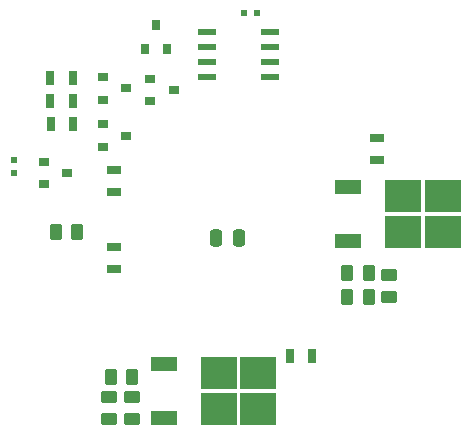
<source format=gbr>
%TF.GenerationSoftware,KiCad,Pcbnew,(6.0.1)*%
%TF.CreationDate,2022-07-03T20:59:54-07:00*%
%TF.ProjectId,EmitterDriverV2,456d6974-7465-4724-9472-697665725632,rev?*%
%TF.SameCoordinates,Original*%
%TF.FileFunction,Paste,Top*%
%TF.FilePolarity,Positive*%
%FSLAX46Y46*%
G04 Gerber Fmt 4.6, Leading zero omitted, Abs format (unit mm)*
G04 Created by KiCad (PCBNEW (6.0.1)) date 2022-07-03 20:59:54*
%MOMM*%
%LPD*%
G01*
G04 APERTURE LIST*
G04 Aperture macros list*
%AMRoundRect*
0 Rectangle with rounded corners*
0 $1 Rounding radius*
0 $2 $3 $4 $5 $6 $7 $8 $9 X,Y pos of 4 corners*
0 Add a 4 corners polygon primitive as box body*
4,1,4,$2,$3,$4,$5,$6,$7,$8,$9,$2,$3,0*
0 Add four circle primitives for the rounded corners*
1,1,$1+$1,$2,$3*
1,1,$1+$1,$4,$5*
1,1,$1+$1,$6,$7*
1,1,$1+$1,$8,$9*
0 Add four rect primitives between the rounded corners*
20,1,$1+$1,$2,$3,$4,$5,0*
20,1,$1+$1,$4,$5,$6,$7,0*
20,1,$1+$1,$6,$7,$8,$9,0*
20,1,$1+$1,$8,$9,$2,$3,0*%
G04 Aperture macros list end*
%ADD10RoundRect,0.250000X0.262500X0.450000X-0.262500X0.450000X-0.262500X-0.450000X0.262500X-0.450000X0*%
%ADD11RoundRect,0.250000X-0.250000X-0.475000X0.250000X-0.475000X0.250000X0.475000X-0.250000X0.475000X0*%
%ADD12RoundRect,0.250000X-0.450000X0.262500X-0.450000X-0.262500X0.450000X-0.262500X0.450000X0.262500X0*%
%ADD13R,0.500000X0.600000*%
%ADD14R,0.600000X0.500000*%
%ADD15R,0.900000X0.800000*%
%ADD16R,0.800000X0.900000*%
%ADD17R,3.050000X2.750000*%
%ADD18R,2.200000X1.200000*%
%ADD19R,0.700000X1.300000*%
%ADD20R,1.300000X0.700000*%
%ADD21R,1.550000X0.600000*%
G04 APERTURE END LIST*
D10*
%TO.C,R12*%
X152000000Y-75000000D03*
X150175000Y-75000000D03*
%TD*%
%TO.C,R1*%
X127325000Y-71500000D03*
X125500000Y-71500000D03*
%TD*%
D11*
%TO.C,C1*%
X139100000Y-72000000D03*
X141000000Y-72000000D03*
%TD*%
D12*
%TO.C,R14*%
X153750000Y-75175000D03*
X153750000Y-77000000D03*
%TD*%
D10*
%TO.C,R13*%
X132000000Y-83750000D03*
X130175000Y-83750000D03*
%TD*%
%TO.C,R11*%
X152000000Y-77000000D03*
X150175000Y-77000000D03*
%TD*%
D12*
%TO.C,R10*%
X132000000Y-87325000D03*
X132000000Y-85500000D03*
%TD*%
%TO.C,R9*%
X130000000Y-87325000D03*
X130000000Y-85500000D03*
%TD*%
D13*
%TO.C,C3*%
X122000000Y-65400000D03*
X122000000Y-66500000D03*
%TD*%
D14*
%TO.C,C4*%
X142550000Y-53000000D03*
X141450000Y-53000000D03*
%TD*%
D15*
%TO.C,D1*%
X135500000Y-59500000D03*
X133500000Y-60450000D03*
X133500000Y-58550000D03*
%TD*%
D16*
%TO.C,D2*%
X134000000Y-54000000D03*
X134950000Y-56000000D03*
X133050000Y-56000000D03*
%TD*%
D15*
%TO.C,Q1*%
X131500000Y-63345000D03*
X129500000Y-64295000D03*
X129500000Y-62395000D03*
%TD*%
%TO.C,Q2*%
X126500000Y-66500000D03*
X124500000Y-67450000D03*
X124500000Y-65550000D03*
%TD*%
%TO.C,Q3*%
X129500000Y-58395000D03*
X129500000Y-60295000D03*
X131500000Y-59345000D03*
%TD*%
D17*
%TO.C,Q4*%
X139325000Y-86525000D03*
X142675000Y-83475000D03*
X139325000Y-83475000D03*
X142675000Y-86525000D03*
D18*
X134700000Y-87280000D03*
X134700000Y-82720000D03*
%TD*%
%TO.C,Q5*%
X150300000Y-67720000D03*
X150300000Y-72280000D03*
D17*
X158275000Y-71525000D03*
X154925000Y-68475000D03*
X158275000Y-68475000D03*
X154925000Y-71525000D03*
%TD*%
D19*
%TO.C,R2*%
X126950000Y-60395000D03*
X125050000Y-60395000D03*
%TD*%
%TO.C,R3*%
X125100000Y-62395000D03*
X127000000Y-62395000D03*
%TD*%
%TO.C,R4*%
X126950000Y-58500000D03*
X125050000Y-58500000D03*
%TD*%
D20*
%TO.C,R5*%
X130430000Y-72750000D03*
X130430000Y-74650000D03*
%TD*%
%TO.C,R6*%
X130430000Y-66250000D03*
X130430000Y-68150000D03*
%TD*%
D19*
%TO.C,R7*%
X147250001Y-82000000D03*
X145350001Y-82000000D03*
%TD*%
D20*
%TO.C,R8*%
X152750000Y-65450000D03*
X152750000Y-63550000D03*
%TD*%
D21*
%TO.C,U5*%
X143700000Y-54595000D03*
X143700000Y-55865000D03*
X143700000Y-57135000D03*
X143700000Y-58405000D03*
X138300000Y-58405000D03*
X138300000Y-57135000D03*
X138300000Y-55865000D03*
X138300000Y-54595000D03*
%TD*%
M02*

</source>
